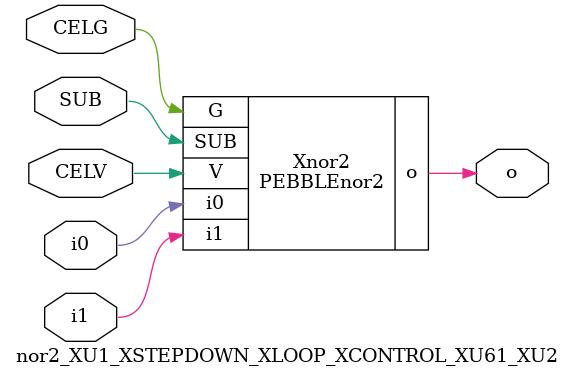
<source format=v>



module PEBBLEnor2 ( o, G, SUB, V, i0, i1 );

  input i0;
  input V;
  input i1;
  input G;
  output o;
  input SUB;
endmodule

//Celera Confidential Do Not Copy nor2_XU1_XSTEPDOWN_XLOOP_XCONTROL_XU61_XU2
//Celera Confidential Symbol Generator
//nor2
module nor2_XU1_XSTEPDOWN_XLOOP_XCONTROL_XU61_XU2 (CELV,CELG,i0,i1,o,SUB);
input CELV;
input CELG;
input i0;
input i1;
input SUB;
output o;

//Celera Confidential Do Not Copy nor2
PEBBLEnor2 Xnor2(
.V (CELV),
.i0 (i0),
.i1 (i1),
.o (o),
.SUB (SUB),
.G (CELG)
);
//,diesize,PEBBLEnor2

//Celera Confidential Do Not Copy Module End
//Celera Schematic Generator
endmodule

</source>
